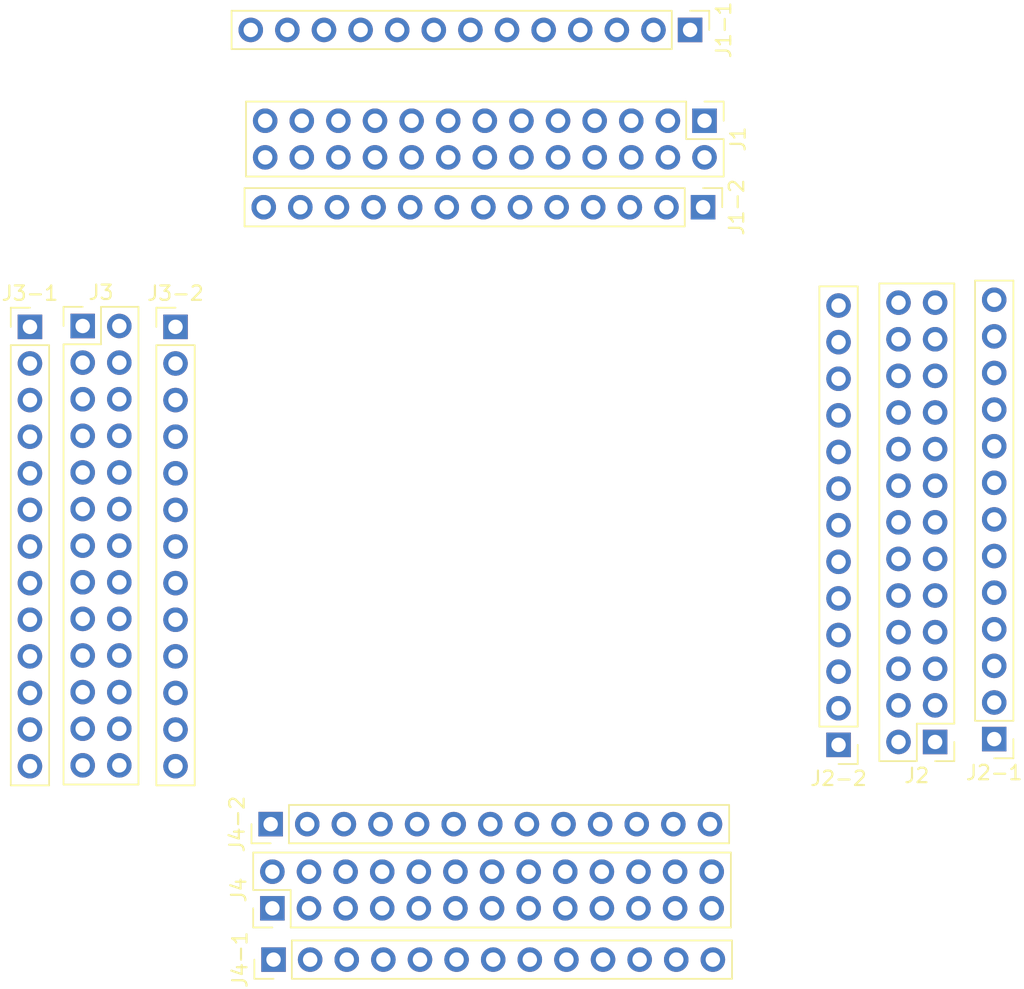
<source format=kicad_pcb>
(kicad_pcb (version 20171130) (host pcbnew "(5.0.0)")

  (general
    (thickness 1.6)
    (drawings 0)
    (tracks 0)
    (zones 0)
    (modules 12)
    (nets 175)
  )

  (page A4)
  (layers
    (0 F.Cu signal)
    (31 B.Cu signal)
    (32 B.Adhes user)
    (33 F.Adhes user)
    (34 B.Paste user)
    (35 F.Paste user)
    (36 B.SilkS user)
    (37 F.SilkS user)
    (38 B.Mask user)
    (39 F.Mask user)
    (40 Dwgs.User user)
    (41 Cmts.User user)
    (42 Eco1.User user)
    (43 Eco2.User user)
    (44 Edge.Cuts user)
    (45 Margin user hide)
    (46 B.CrtYd user hide)
    (47 F.CrtYd user hide)
    (48 B.Fab user hide)
    (49 F.Fab user hide)
  )

  (setup
    (last_trace_width 0.25)
    (trace_clearance 0.2)
    (zone_clearance 0.508)
    (zone_45_only no)
    (trace_min 0.2)
    (segment_width 0.2)
    (edge_width 0.15)
    (via_size 0.8)
    (via_drill 0.4)
    (via_min_size 0.4)
    (via_min_drill 0.3)
    (uvia_size 0.3)
    (uvia_drill 0.1)
    (uvias_allowed no)
    (uvia_min_size 0.2)
    (uvia_min_drill 0.1)
    (pcb_text_width 0.3)
    (pcb_text_size 1.5 1.5)
    (mod_edge_width 0.15)
    (mod_text_size 1 1)
    (mod_text_width 0.15)
    (pad_size 1.524 1.524)
    (pad_drill 0.762)
    (pad_to_mask_clearance 0.2)
    (aux_axis_origin 0 0)
    (visible_elements FFFFFF7F)
    (pcbplotparams
      (layerselection 0x010fc_ffffffff)
      (usegerberextensions false)
      (usegerberattributes false)
      (usegerberadvancedattributes false)
      (creategerberjobfile false)
      (excludeedgelayer true)
      (linewidth 0.100000)
      (plotframeref false)
      (viasonmask false)
      (mode 1)
      (useauxorigin false)
      (hpglpennumber 1)
      (hpglpenspeed 20)
      (hpglpendiameter 15.000000)
      (psnegative false)
      (psa4output false)
      (plotreference true)
      (plotvalue true)
      (plotinvisibletext false)
      (padsonsilk false)
      (subtractmaskfromsilk false)
      (outputformat 1)
      (mirror false)
      (drillshape 1)
      (scaleselection 1)
      (outputdirectory ""))
  )

  (net 0 "")
  (net 1 /VCC)
  (net 2 /GND)
  (net 3 /RE5)
  (net 4 /RG15)
  (net 5 /RE7)
  (net 6 /RE6)
  (net 7 /RC2)
  (net 8 /RC1)
  (net 9 /RC4)
  (net 10 /RC3)
  (net 11 /RG7)
  (net 12 /RG6)
  (net 13 /MCLR)
  (net 14 /RG8)
  (net 15 /RA0)
  (net 16 /RG9)
  (net 17 /RE9)
  (net 18 /RE8)
  (net 19 /RB4)
  (net 20 /RB5)
  (net 21 /RB2)
  (net 22 /RB3)
  (net 23 /RB0)
  (net 24 /RB1)
  (net 25 /RE3)
  (net 26 /RE4)
  (net 27 /RG13)
  (net 28 /RE2)
  (net 29 /RG14)
  (net 30 /RG12)
  (net 31 /RE0)
  (net 32 /RE1)
  (net 33 /RA6)
  (net 34 /RA7)
  (net 35 /RG1)
  (net 36 /RG0)
  (net 37 /RF0)
  (net 38 /RF1)
  (net 39 /RD7)
  (net 40 "Net-(J2-Pad9)")
  (net 41 /RD5)
  (net 42 /RD4)
  (net 43 /RD13)
  (net 44 /RD12)
  (net 45 /RD2)
  (net 46 /RD3)
  (net 47 /RD1)
  (net 48 /TXN)
  (net 49 /TXP)
  (net 50 /RXN)
  (net 51 /RXP)
  (net 52 /LED1)
  (net 53 /LED2)
  (net 54 /RB6)
  (net 55 /RB7)
  (net 56 /RA9)
  (net 57 /RA10)
  (net 58 /RB8)
  (net 59 /RB9)
  (net 60 /RB10)
  (net 61 /RB11)
  (net 62 /RF13)
  (net 63 /RA1)
  (net 64 /RB12)
  (net 65 /RF12)
  (net 66 /RB14)
  (net 67 /RB13)
  (net 68 /RD14)
  (net 69 /RB15)
  (net 70 /RF4)
  (net 71 /RF5)
  (net 72 "Net-(J4-Pad24)")
  (net 73 /RD0)
  (net 74 /RD9)
  (net 75 /RD10)
  (net 76 /RA15)
  (net 77 "Net-(J4-Pad19)")
  (net 78 /RA5)
  (net 79 /RA14)
  (net 80 /RA3)
  (net 81 /RA4)
  (net 82 /MCU_MOSI)
  (net 83 /RA2)
  (net 84 /MCU_SCK)
  (net 85 /MCU_MISO)
  (net 86 /RF3)
  (net 87 "Net-(J4-Pad9)")
  (net 88 "Net-(J4-Pad8)")
  (net 89 /USB-VBUS)
  (net 90 /USB-D_N)
  (net 91 /USB-D_P)
  (net 92 "Net-(J4-Pad4)")
  (net 93 "Net-(J4-Pad3)")
  (net 94 "Net-(J1-1-Pad13)")
  (net 95 "Net-(J1-1-Pad12)")
  (net 96 "Net-(J1-1-Pad11)")
  (net 97 "Net-(J1-1-Pad10)")
  (net 98 "Net-(J1-1-Pad9)")
  (net 99 "Net-(J1-1-Pad8)")
  (net 100 "Net-(J1-1-Pad7)")
  (net 101 "Net-(J1-1-Pad5)")
  (net 102 "Net-(J1-1-Pad3)")
  (net 103 "Net-(J1-1-Pad2)")
  (net 104 "Net-(J1-2-Pad1)")
  (net 105 "Net-(J1-2-Pad4)")
  (net 106 "Net-(J1-2-Pad6)")
  (net 107 "Net-(J1-2-Pad7)")
  (net 108 "Net-(J1-2-Pad8)")
  (net 109 "Net-(J1-2-Pad9)")
  (net 110 "Net-(J1-2-Pad10)")
  (net 111 "Net-(J1-2-Pad11)")
  (net 112 "Net-(J1-2-Pad12)")
  (net 113 "Net-(J1-2-Pad13)")
  (net 114 "Net-(J2-1-Pad12)")
  (net 115 "Net-(J2-1-Pad11)")
  (net 116 "Net-(J2-1-Pad10)")
  (net 117 "Net-(J2-1-Pad7)")
  (net 118 "Net-(J2-1-Pad6)")
  (net 119 "Net-(J2-1-Pad3)")
  (net 120 "Net-(J2-1-Pad2)")
  (net 121 "Net-(J2-1-Pad1)")
  (net 122 "Net-(J2-2-Pad1)")
  (net 123 "Net-(J2-2-Pad2)")
  (net 124 "Net-(J2-2-Pad3)")
  (net 125 "Net-(J2-2-Pad4)")
  (net 126 "Net-(J2-2-Pad7)")
  (net 127 "Net-(J2-2-Pad8)")
  (net 128 "Net-(J2-2-Pad9)")
  (net 129 "Net-(J2-2-Pad10)")
  (net 130 "Net-(J2-2-Pad12)")
  (net 131 "Net-(J2-2-Pad13)")
  (net 132 "Net-(J3-1-Pad13)")
  (net 133 "Net-(J3-1-Pad12)")
  (net 134 "Net-(J3-1-Pad11)")
  (net 135 "Net-(J3-1-Pad10)")
  (net 136 "Net-(J3-1-Pad6)")
  (net 137 "Net-(J3-1-Pad5)")
  (net 138 "Net-(J3-1-Pad4)")
  (net 139 "Net-(J3-1-Pad3)")
  (net 140 "Net-(J3-1-Pad2)")
  (net 141 "Net-(J3-1-Pad1)")
  (net 142 "Net-(J3-2-Pad1)")
  (net 143 "Net-(J3-2-Pad2)")
  (net 144 "Net-(J3-2-Pad3)")
  (net 145 "Net-(J3-2-Pad4)")
  (net 146 "Net-(J3-2-Pad5)")
  (net 147 "Net-(J3-2-Pad6)")
  (net 148 "Net-(J3-2-Pad7)")
  (net 149 "Net-(J3-2-Pad8)")
  (net 150 "Net-(J3-2-Pad9)")
  (net 151 "Net-(J3-2-Pad10)")
  (net 152 "Net-(J3-2-Pad11)")
  (net 153 "Net-(J3-2-Pad12)")
  (net 154 "Net-(J3-2-Pad13)")
  (net 155 "Net-(J4-1-Pad13)")
  (net 156 "Net-(J4-1-Pad12)")
  (net 157 "Net-(J4-1-Pad11)")
  (net 158 "Net-(J4-1-Pad10)")
  (net 159 "Net-(J4-1-Pad9)")
  (net 160 "Net-(J4-1-Pad7)")
  (net 161 "Net-(J4-1-Pad5)")
  (net 162 "Net-(J4-1-Pad4)")
  (net 163 "Net-(J4-1-Pad2)")
  (net 164 "Net-(J4-1-Pad1)")
  (net 165 "Net-(J4-2-Pad1)")
  (net 166 "Net-(J4-2-Pad4)")
  (net 167 "Net-(J4-2-Pad5)")
  (net 168 "Net-(J4-2-Pad7)")
  (net 169 "Net-(J4-2-Pad8)")
  (net 170 "Net-(J4-2-Pad9)")
  (net 171 "Net-(J4-2-Pad10)")
  (net 172 "Net-(J4-2-Pad11)")
  (net 173 "Net-(J4-2-Pad12)")
  (net 174 "Net-(J4-2-Pad13)")

  (net_class Default "This is the default net class."
    (clearance 0.2)
    (trace_width 0.25)
    (via_dia 0.8)
    (via_drill 0.4)
    (uvia_dia 0.3)
    (uvia_drill 0.1)
    (add_net /GND)
    (add_net /LED1)
    (add_net /LED2)
    (add_net /MCLR)
    (add_net /MCU_MISO)
    (add_net /MCU_MOSI)
    (add_net /MCU_SCK)
    (add_net /RA0)
    (add_net /RA1)
    (add_net /RA10)
    (add_net /RA14)
    (add_net /RA15)
    (add_net /RA2)
    (add_net /RA3)
    (add_net /RA4)
    (add_net /RA5)
    (add_net /RA6)
    (add_net /RA7)
    (add_net /RA9)
    (add_net /RB0)
    (add_net /RB1)
    (add_net /RB10)
    (add_net /RB11)
    (add_net /RB12)
    (add_net /RB13)
    (add_net /RB14)
    (add_net /RB15)
    (add_net /RB2)
    (add_net /RB3)
    (add_net /RB4)
    (add_net /RB5)
    (add_net /RB6)
    (add_net /RB7)
    (add_net /RB8)
    (add_net /RB9)
    (add_net /RC1)
    (add_net /RC2)
    (add_net /RC3)
    (add_net /RC4)
    (add_net /RD0)
    (add_net /RD1)
    (add_net /RD10)
    (add_net /RD12)
    (add_net /RD13)
    (add_net /RD14)
    (add_net /RD2)
    (add_net /RD3)
    (add_net /RD4)
    (add_net /RD5)
    (add_net /RD7)
    (add_net /RD9)
    (add_net /RE0)
    (add_net /RE1)
    (add_net /RE2)
    (add_net /RE3)
    (add_net /RE4)
    (add_net /RE5)
    (add_net /RE6)
    (add_net /RE7)
    (add_net /RE8)
    (add_net /RE9)
    (add_net /RF0)
    (add_net /RF1)
    (add_net /RF12)
    (add_net /RF13)
    (add_net /RF3)
    (add_net /RF4)
    (add_net /RF5)
    (add_net /RG0)
    (add_net /RG1)
    (add_net /RG12)
    (add_net /RG13)
    (add_net /RG14)
    (add_net /RG15)
    (add_net /RG6)
    (add_net /RG7)
    (add_net /RG8)
    (add_net /RG9)
    (add_net /RXN)
    (add_net /RXP)
    (add_net /TXN)
    (add_net /TXP)
    (add_net /USB-D_N)
    (add_net /USB-D_P)
    (add_net /USB-VBUS)
    (add_net /VCC)
    (add_net "Net-(J1-1-Pad10)")
    (add_net "Net-(J1-1-Pad11)")
    (add_net "Net-(J1-1-Pad12)")
    (add_net "Net-(J1-1-Pad13)")
    (add_net "Net-(J1-1-Pad2)")
    (add_net "Net-(J1-1-Pad3)")
    (add_net "Net-(J1-1-Pad5)")
    (add_net "Net-(J1-1-Pad7)")
    (add_net "Net-(J1-1-Pad8)")
    (add_net "Net-(J1-1-Pad9)")
    (add_net "Net-(J1-2-Pad1)")
    (add_net "Net-(J1-2-Pad10)")
    (add_net "Net-(J1-2-Pad11)")
    (add_net "Net-(J1-2-Pad12)")
    (add_net "Net-(J1-2-Pad13)")
    (add_net "Net-(J1-2-Pad4)")
    (add_net "Net-(J1-2-Pad6)")
    (add_net "Net-(J1-2-Pad7)")
    (add_net "Net-(J1-2-Pad8)")
    (add_net "Net-(J1-2-Pad9)")
    (add_net "Net-(J2-1-Pad1)")
    (add_net "Net-(J2-1-Pad10)")
    (add_net "Net-(J2-1-Pad11)")
    (add_net "Net-(J2-1-Pad12)")
    (add_net "Net-(J2-1-Pad2)")
    (add_net "Net-(J2-1-Pad3)")
    (add_net "Net-(J2-1-Pad6)")
    (add_net "Net-(J2-1-Pad7)")
    (add_net "Net-(J2-2-Pad1)")
    (add_net "Net-(J2-2-Pad10)")
    (add_net "Net-(J2-2-Pad12)")
    (add_net "Net-(J2-2-Pad13)")
    (add_net "Net-(J2-2-Pad2)")
    (add_net "Net-(J2-2-Pad3)")
    (add_net "Net-(J2-2-Pad4)")
    (add_net "Net-(J2-2-Pad7)")
    (add_net "Net-(J2-2-Pad8)")
    (add_net "Net-(J2-2-Pad9)")
    (add_net "Net-(J2-Pad9)")
    (add_net "Net-(J3-1-Pad1)")
    (add_net "Net-(J3-1-Pad10)")
    (add_net "Net-(J3-1-Pad11)")
    (add_net "Net-(J3-1-Pad12)")
    (add_net "Net-(J3-1-Pad13)")
    (add_net "Net-(J3-1-Pad2)")
    (add_net "Net-(J3-1-Pad3)")
    (add_net "Net-(J3-1-Pad4)")
    (add_net "Net-(J3-1-Pad5)")
    (add_net "Net-(J3-1-Pad6)")
    (add_net "Net-(J3-2-Pad1)")
    (add_net "Net-(J3-2-Pad10)")
    (add_net "Net-(J3-2-Pad11)")
    (add_net "Net-(J3-2-Pad12)")
    (add_net "Net-(J3-2-Pad13)")
    (add_net "Net-(J3-2-Pad2)")
    (add_net "Net-(J3-2-Pad3)")
    (add_net "Net-(J3-2-Pad4)")
    (add_net "Net-(J3-2-Pad5)")
    (add_net "Net-(J3-2-Pad6)")
    (add_net "Net-(J3-2-Pad7)")
    (add_net "Net-(J3-2-Pad8)")
    (add_net "Net-(J3-2-Pad9)")
    (add_net "Net-(J4-1-Pad1)")
    (add_net "Net-(J4-1-Pad10)")
    (add_net "Net-(J4-1-Pad11)")
    (add_net "Net-(J4-1-Pad12)")
    (add_net "Net-(J4-1-Pad13)")
    (add_net "Net-(J4-1-Pad2)")
    (add_net "Net-(J4-1-Pad4)")
    (add_net "Net-(J4-1-Pad5)")
    (add_net "Net-(J4-1-Pad7)")
    (add_net "Net-(J4-1-Pad9)")
    (add_net "Net-(J4-2-Pad1)")
    (add_net "Net-(J4-2-Pad10)")
    (add_net "Net-(J4-2-Pad11)")
    (add_net "Net-(J4-2-Pad12)")
    (add_net "Net-(J4-2-Pad13)")
    (add_net "Net-(J4-2-Pad4)")
    (add_net "Net-(J4-2-Pad5)")
    (add_net "Net-(J4-2-Pad7)")
    (add_net "Net-(J4-2-Pad8)")
    (add_net "Net-(J4-2-Pad9)")
    (add_net "Net-(J4-Pad19)")
    (add_net "Net-(J4-Pad24)")
    (add_net "Net-(J4-Pad3)")
    (add_net "Net-(J4-Pad4)")
    (add_net "Net-(J4-Pad8)")
    (add_net "Net-(J4-Pad9)")
  )

  (module Connector_PinHeader_2.54mm:PinHeader_2x13_P2.54mm_Vertical (layer F.Cu) (tedit 59FED5CC) (tstamp 5CA672A4)
    (at 151.8 73.4 270)
    (descr "Through hole straight pin header, 2x13, 2.54mm pitch, double rows")
    (tags "Through hole pin header THT 2x13 2.54mm double row")
    (path /5C9A99C1)
    (fp_text reference J1 (at 1.27 -2.33 270) (layer F.SilkS)
      (effects (font (size 1 1) (thickness 0.15)))
    )
    (fp_text value Conn_02x13_Odd_Even (at 1.27 32.81 270) (layer F.Fab)
      (effects (font (size 1 1) (thickness 0.15)))
    )
    (fp_line (start 0 -1.27) (end 3.81 -1.27) (layer F.Fab) (width 0.1))
    (fp_line (start 3.81 -1.27) (end 3.81 31.75) (layer F.Fab) (width 0.1))
    (fp_line (start 3.81 31.75) (end -1.27 31.75) (layer F.Fab) (width 0.1))
    (fp_line (start -1.27 31.75) (end -1.27 0) (layer F.Fab) (width 0.1))
    (fp_line (start -1.27 0) (end 0 -1.27) (layer F.Fab) (width 0.1))
    (fp_line (start -1.33 31.81) (end 3.87 31.81) (layer F.SilkS) (width 0.12))
    (fp_line (start -1.33 1.27) (end -1.33 31.81) (layer F.SilkS) (width 0.12))
    (fp_line (start 3.87 -1.33) (end 3.87 31.81) (layer F.SilkS) (width 0.12))
    (fp_line (start -1.33 1.27) (end 1.27 1.27) (layer F.SilkS) (width 0.12))
    (fp_line (start 1.27 1.27) (end 1.27 -1.33) (layer F.SilkS) (width 0.12))
    (fp_line (start 1.27 -1.33) (end 3.87 -1.33) (layer F.SilkS) (width 0.12))
    (fp_line (start -1.33 0) (end -1.33 -1.33) (layer F.SilkS) (width 0.12))
    (fp_line (start -1.33 -1.33) (end 0 -1.33) (layer F.SilkS) (width 0.12))
    (fp_line (start -1.8 -1.8) (end -1.8 32.25) (layer F.CrtYd) (width 0.05))
    (fp_line (start -1.8 32.25) (end 4.35 32.25) (layer F.CrtYd) (width 0.05))
    (fp_line (start 4.35 32.25) (end 4.35 -1.8) (layer F.CrtYd) (width 0.05))
    (fp_line (start 4.35 -1.8) (end -1.8 -1.8) (layer F.CrtYd) (width 0.05))
    (fp_text user %R (at 1.27 15.24) (layer F.Fab)
      (effects (font (size 1 1) (thickness 0.15)))
    )
    (pad 1 thru_hole rect (at 0 0 270) (size 1.7 1.7) (drill 1) (layers *.Cu *.Mask)
      (net 1 /VCC))
    (pad 2 thru_hole oval (at 2.54 0 270) (size 1.7 1.7) (drill 1) (layers *.Cu *.Mask)
      (net 2 /GND))
    (pad 3 thru_hole oval (at 0 2.54 270) (size 1.7 1.7) (drill 1) (layers *.Cu *.Mask)
      (net 3 /RE5))
    (pad 4 thru_hole oval (at 2.54 2.54 270) (size 1.7 1.7) (drill 1) (layers *.Cu *.Mask)
      (net 4 /RG15))
    (pad 5 thru_hole oval (at 0 5.08 270) (size 1.7 1.7) (drill 1) (layers *.Cu *.Mask)
      (net 5 /RE7))
    (pad 6 thru_hole oval (at 2.54 5.08 270) (size 1.7 1.7) (drill 1) (layers *.Cu *.Mask)
      (net 6 /RE6))
    (pad 7 thru_hole oval (at 0 7.62 270) (size 1.7 1.7) (drill 1) (layers *.Cu *.Mask)
      (net 7 /RC2))
    (pad 8 thru_hole oval (at 2.54 7.62 270) (size 1.7 1.7) (drill 1) (layers *.Cu *.Mask)
      (net 8 /RC1))
    (pad 9 thru_hole oval (at 0 10.16 270) (size 1.7 1.7) (drill 1) (layers *.Cu *.Mask)
      (net 9 /RC4))
    (pad 10 thru_hole oval (at 2.54 10.16 270) (size 1.7 1.7) (drill 1) (layers *.Cu *.Mask)
      (net 10 /RC3))
    (pad 11 thru_hole oval (at 0 12.7 270) (size 1.7 1.7) (drill 1) (layers *.Cu *.Mask)
      (net 11 /RG7))
    (pad 12 thru_hole oval (at 2.54 12.7 270) (size 1.7 1.7) (drill 1) (layers *.Cu *.Mask)
      (net 12 /RG6))
    (pad 13 thru_hole oval (at 0 15.24 270) (size 1.7 1.7) (drill 1) (layers *.Cu *.Mask)
      (net 13 /MCLR))
    (pad 14 thru_hole oval (at 2.54 15.24 270) (size 1.7 1.7) (drill 1) (layers *.Cu *.Mask)
      (net 14 /RG8))
    (pad 15 thru_hole oval (at 0 17.78 270) (size 1.7 1.7) (drill 1) (layers *.Cu *.Mask)
      (net 15 /RA0))
    (pad 16 thru_hole oval (at 2.54 17.78 270) (size 1.7 1.7) (drill 1) (layers *.Cu *.Mask)
      (net 16 /RG9))
    (pad 17 thru_hole oval (at 0 20.32 270) (size 1.7 1.7) (drill 1) (layers *.Cu *.Mask)
      (net 17 /RE9))
    (pad 18 thru_hole oval (at 2.54 20.32 270) (size 1.7 1.7) (drill 1) (layers *.Cu *.Mask)
      (net 18 /RE8))
    (pad 19 thru_hole oval (at 0 22.86 270) (size 1.7 1.7) (drill 1) (layers *.Cu *.Mask)
      (net 19 /RB4))
    (pad 20 thru_hole oval (at 2.54 22.86 270) (size 1.7 1.7) (drill 1) (layers *.Cu *.Mask)
      (net 20 /RB5))
    (pad 21 thru_hole oval (at 0 25.4 270) (size 1.7 1.7) (drill 1) (layers *.Cu *.Mask)
      (net 21 /RB2))
    (pad 22 thru_hole oval (at 2.54 25.4 270) (size 1.7 1.7) (drill 1) (layers *.Cu *.Mask)
      (net 22 /RB3))
    (pad 23 thru_hole oval (at 0 27.94 270) (size 1.7 1.7) (drill 1) (layers *.Cu *.Mask)
      (net 23 /RB0))
    (pad 24 thru_hole oval (at 2.54 27.94 270) (size 1.7 1.7) (drill 1) (layers *.Cu *.Mask)
      (net 24 /RB1))
    (pad 25 thru_hole oval (at 0 30.48 270) (size 1.7 1.7) (drill 1) (layers *.Cu *.Mask)
      (net 1 /VCC))
    (pad 26 thru_hole oval (at 2.54 30.48 270) (size 1.7 1.7) (drill 1) (layers *.Cu *.Mask)
      (net 2 /GND))
    (model ${KISYS3DMOD}/Connector_PinHeader_2.54mm.3dshapes/PinHeader_2x13_P2.54mm_Vertical.wrl
      (at (xyz 0 0 0))
      (scale (xyz 1 1 1))
      (rotate (xyz 0 0 0))
    )
  )

  (module Connector_PinHeader_2.54mm:PinHeader_2x13_P2.54mm_Vertical (layer F.Cu) (tedit 59FED5CC) (tstamp 5CA672D4)
    (at 167.8 116.5 180)
    (descr "Through hole straight pin header, 2x13, 2.54mm pitch, double rows")
    (tags "Through hole pin header THT 2x13 2.54mm double row")
    (path /5C9ADD85)
    (fp_text reference J2 (at 1.27 -2.33 180) (layer F.SilkS)
      (effects (font (size 1 1) (thickness 0.15)))
    )
    (fp_text value Conn_02x13_Odd_Even (at 1.27 32.81 180) (layer F.Fab)
      (effects (font (size 1 1) (thickness 0.15)))
    )
    (fp_text user %R (at 1.27 15.24 270) (layer F.Fab)
      (effects (font (size 1 1) (thickness 0.15)))
    )
    (fp_line (start 4.35 -1.8) (end -1.8 -1.8) (layer F.CrtYd) (width 0.05))
    (fp_line (start 4.35 32.25) (end 4.35 -1.8) (layer F.CrtYd) (width 0.05))
    (fp_line (start -1.8 32.25) (end 4.35 32.25) (layer F.CrtYd) (width 0.05))
    (fp_line (start -1.8 -1.8) (end -1.8 32.25) (layer F.CrtYd) (width 0.05))
    (fp_line (start -1.33 -1.33) (end 0 -1.33) (layer F.SilkS) (width 0.12))
    (fp_line (start -1.33 0) (end -1.33 -1.33) (layer F.SilkS) (width 0.12))
    (fp_line (start 1.27 -1.33) (end 3.87 -1.33) (layer F.SilkS) (width 0.12))
    (fp_line (start 1.27 1.27) (end 1.27 -1.33) (layer F.SilkS) (width 0.12))
    (fp_line (start -1.33 1.27) (end 1.27 1.27) (layer F.SilkS) (width 0.12))
    (fp_line (start 3.87 -1.33) (end 3.87 31.81) (layer F.SilkS) (width 0.12))
    (fp_line (start -1.33 1.27) (end -1.33 31.81) (layer F.SilkS) (width 0.12))
    (fp_line (start -1.33 31.81) (end 3.87 31.81) (layer F.SilkS) (width 0.12))
    (fp_line (start -1.27 0) (end 0 -1.27) (layer F.Fab) (width 0.1))
    (fp_line (start -1.27 31.75) (end -1.27 0) (layer F.Fab) (width 0.1))
    (fp_line (start 3.81 31.75) (end -1.27 31.75) (layer F.Fab) (width 0.1))
    (fp_line (start 3.81 -1.27) (end 3.81 31.75) (layer F.Fab) (width 0.1))
    (fp_line (start 0 -1.27) (end 3.81 -1.27) (layer F.Fab) (width 0.1))
    (pad 26 thru_hole oval (at 2.54 30.48 180) (size 1.7 1.7) (drill 1) (layers *.Cu *.Mask)
      (net 2 /GND))
    (pad 25 thru_hole oval (at 0 30.48 180) (size 1.7 1.7) (drill 1) (layers *.Cu *.Mask)
      (net 1 /VCC))
    (pad 24 thru_hole oval (at 2.54 27.94 180) (size 1.7 1.7) (drill 1) (layers *.Cu *.Mask)
      (net 25 /RE3))
    (pad 23 thru_hole oval (at 0 27.94 180) (size 1.7 1.7) (drill 1) (layers *.Cu *.Mask)
      (net 26 /RE4))
    (pad 22 thru_hole oval (at 2.54 25.4 180) (size 1.7 1.7) (drill 1) (layers *.Cu *.Mask)
      (net 27 /RG13))
    (pad 21 thru_hole oval (at 0 25.4 180) (size 1.7 1.7) (drill 1) (layers *.Cu *.Mask)
      (net 28 /RE2))
    (pad 20 thru_hole oval (at 2.54 22.86 180) (size 1.7 1.7) (drill 1) (layers *.Cu *.Mask)
      (net 29 /RG14))
    (pad 19 thru_hole oval (at 0 22.86 180) (size 1.7 1.7) (drill 1) (layers *.Cu *.Mask)
      (net 30 /RG12))
    (pad 18 thru_hole oval (at 2.54 20.32 180) (size 1.7 1.7) (drill 1) (layers *.Cu *.Mask)
      (net 31 /RE0))
    (pad 17 thru_hole oval (at 0 20.32 180) (size 1.7 1.7) (drill 1) (layers *.Cu *.Mask)
      (net 32 /RE1))
    (pad 16 thru_hole oval (at 2.54 17.78 180) (size 1.7 1.7) (drill 1) (layers *.Cu *.Mask)
      (net 33 /RA6))
    (pad 15 thru_hole oval (at 0 17.78 180) (size 1.7 1.7) (drill 1) (layers *.Cu *.Mask)
      (net 34 /RA7))
    (pad 14 thru_hole oval (at 2.54 15.24 180) (size 1.7 1.7) (drill 1) (layers *.Cu *.Mask)
      (net 35 /RG1))
    (pad 13 thru_hole oval (at 0 15.24 180) (size 1.7 1.7) (drill 1) (layers *.Cu *.Mask)
      (net 36 /RG0))
    (pad 12 thru_hole oval (at 2.54 12.7 180) (size 1.7 1.7) (drill 1) (layers *.Cu *.Mask)
      (net 37 /RF0))
    (pad 11 thru_hole oval (at 0 12.7 180) (size 1.7 1.7) (drill 1) (layers *.Cu *.Mask)
      (net 38 /RF1))
    (pad 10 thru_hole oval (at 2.54 10.16 180) (size 1.7 1.7) (drill 1) (layers *.Cu *.Mask)
      (net 39 /RD7))
    (pad 9 thru_hole oval (at 0 10.16 180) (size 1.7 1.7) (drill 1) (layers *.Cu *.Mask)
      (net 40 "Net-(J2-Pad9)"))
    (pad 8 thru_hole oval (at 2.54 7.62 180) (size 1.7 1.7) (drill 1) (layers *.Cu *.Mask)
      (net 41 /RD5))
    (pad 7 thru_hole oval (at 0 7.62 180) (size 1.7 1.7) (drill 1) (layers *.Cu *.Mask)
      (net 42 /RD4))
    (pad 6 thru_hole oval (at 2.54 5.08 180) (size 1.7 1.7) (drill 1) (layers *.Cu *.Mask)
      (net 43 /RD13))
    (pad 5 thru_hole oval (at 0 5.08 180) (size 1.7 1.7) (drill 1) (layers *.Cu *.Mask)
      (net 44 /RD12))
    (pad 4 thru_hole oval (at 2.54 2.54 180) (size 1.7 1.7) (drill 1) (layers *.Cu *.Mask)
      (net 45 /RD2))
    (pad 3 thru_hole oval (at 0 2.54 180) (size 1.7 1.7) (drill 1) (layers *.Cu *.Mask)
      (net 46 /RD3))
    (pad 2 thru_hole oval (at 2.54 0 180) (size 1.7 1.7) (drill 1) (layers *.Cu *.Mask)
      (net 2 /GND))
    (pad 1 thru_hole rect (at 0 0 180) (size 1.7 1.7) (drill 1) (layers *.Cu *.Mask)
      (net 47 /RD1))
    (model ${KISYS3DMOD}/Connector_PinHeader_2.54mm.3dshapes/PinHeader_2x13_P2.54mm_Vertical.wrl
      (at (xyz 0 0 0))
      (scale (xyz 1 1 1))
      (rotate (xyz 0 0 0))
    )
  )

  (module Connector_PinHeader_2.54mm:PinHeader_2x13_P2.54mm_Vertical (layer F.Cu) (tedit 59FED5CC) (tstamp 5CA67304)
    (at 108.66 87.64)
    (descr "Through hole straight pin header, 2x13, 2.54mm pitch, double rows")
    (tags "Through hole pin header THT 2x13 2.54mm double row")
    (path /5C9AF336)
    (fp_text reference J3 (at 1.27 -2.33) (layer F.SilkS)
      (effects (font (size 1 1) (thickness 0.15)))
    )
    (fp_text value Conn_02x13_Odd_Even (at 1.27 32.81) (layer F.Fab)
      (effects (font (size 1 1) (thickness 0.15)))
    )
    (fp_line (start 0 -1.27) (end 3.81 -1.27) (layer F.Fab) (width 0.1))
    (fp_line (start 3.81 -1.27) (end 3.81 31.75) (layer F.Fab) (width 0.1))
    (fp_line (start 3.81 31.75) (end -1.27 31.75) (layer F.Fab) (width 0.1))
    (fp_line (start -1.27 31.75) (end -1.27 0) (layer F.Fab) (width 0.1))
    (fp_line (start -1.27 0) (end 0 -1.27) (layer F.Fab) (width 0.1))
    (fp_line (start -1.33 31.81) (end 3.87 31.81) (layer F.SilkS) (width 0.12))
    (fp_line (start -1.33 1.27) (end -1.33 31.81) (layer F.SilkS) (width 0.12))
    (fp_line (start 3.87 -1.33) (end 3.87 31.81) (layer F.SilkS) (width 0.12))
    (fp_line (start -1.33 1.27) (end 1.27 1.27) (layer F.SilkS) (width 0.12))
    (fp_line (start 1.27 1.27) (end 1.27 -1.33) (layer F.SilkS) (width 0.12))
    (fp_line (start 1.27 -1.33) (end 3.87 -1.33) (layer F.SilkS) (width 0.12))
    (fp_line (start -1.33 0) (end -1.33 -1.33) (layer F.SilkS) (width 0.12))
    (fp_line (start -1.33 -1.33) (end 0 -1.33) (layer F.SilkS) (width 0.12))
    (fp_line (start -1.8 -1.8) (end -1.8 32.25) (layer F.CrtYd) (width 0.05))
    (fp_line (start -1.8 32.25) (end 4.35 32.25) (layer F.CrtYd) (width 0.05))
    (fp_line (start 4.35 32.25) (end 4.35 -1.8) (layer F.CrtYd) (width 0.05))
    (fp_line (start 4.35 -1.8) (end -1.8 -1.8) (layer F.CrtYd) (width 0.05))
    (fp_text user %R (at 1.27 15.24 90) (layer F.Fab)
      (effects (font (size 1 1) (thickness 0.15)))
    )
    (pad 1 thru_hole rect (at 0 0) (size 1.7 1.7) (drill 1) (layers *.Cu *.Mask)
      (net 48 /TXN))
    (pad 2 thru_hole oval (at 2.54 0) (size 1.7 1.7) (drill 1) (layers *.Cu *.Mask)
      (net 49 /TXP))
    (pad 3 thru_hole oval (at 0 2.54) (size 1.7 1.7) (drill 1) (layers *.Cu *.Mask)
      (net 50 /RXN))
    (pad 4 thru_hole oval (at 2.54 2.54) (size 1.7 1.7) (drill 1) (layers *.Cu *.Mask)
      (net 51 /RXP))
    (pad 5 thru_hole oval (at 0 5.08) (size 1.7 1.7) (drill 1) (layers *.Cu *.Mask)
      (net 52 /LED1))
    (pad 6 thru_hole oval (at 2.54 5.08) (size 1.7 1.7) (drill 1) (layers *.Cu *.Mask)
      (net 53 /LED2))
    (pad 7 thru_hole oval (at 0 7.62) (size 1.7 1.7) (drill 1) (layers *.Cu *.Mask)
      (net 54 /RB6))
    (pad 8 thru_hole oval (at 2.54 7.62) (size 1.7 1.7) (drill 1) (layers *.Cu *.Mask)
      (net 55 /RB7))
    (pad 9 thru_hole oval (at 0 10.16) (size 1.7 1.7) (drill 1) (layers *.Cu *.Mask)
      (net 56 /RA9))
    (pad 10 thru_hole oval (at 2.54 10.16) (size 1.7 1.7) (drill 1) (layers *.Cu *.Mask)
      (net 57 /RA10))
    (pad 11 thru_hole oval (at 0 12.7) (size 1.7 1.7) (drill 1) (layers *.Cu *.Mask)
      (net 58 /RB8))
    (pad 12 thru_hole oval (at 2.54 12.7) (size 1.7 1.7) (drill 1) (layers *.Cu *.Mask)
      (net 59 /RB9))
    (pad 13 thru_hole oval (at 0 15.24) (size 1.7 1.7) (drill 1) (layers *.Cu *.Mask)
      (net 60 /RB10))
    (pad 14 thru_hole oval (at 2.54 15.24) (size 1.7 1.7) (drill 1) (layers *.Cu *.Mask)
      (net 61 /RB11))
    (pad 15 thru_hole oval (at 0 17.78) (size 1.7 1.7) (drill 1) (layers *.Cu *.Mask)
      (net 62 /RF13))
    (pad 16 thru_hole oval (at 2.54 17.78) (size 1.7 1.7) (drill 1) (layers *.Cu *.Mask)
      (net 63 /RA1))
    (pad 17 thru_hole oval (at 0 20.32) (size 1.7 1.7) (drill 1) (layers *.Cu *.Mask)
      (net 64 /RB12))
    (pad 18 thru_hole oval (at 2.54 20.32) (size 1.7 1.7) (drill 1) (layers *.Cu *.Mask)
      (net 65 /RF12))
    (pad 19 thru_hole oval (at 0 22.86) (size 1.7 1.7) (drill 1) (layers *.Cu *.Mask)
      (net 66 /RB14))
    (pad 20 thru_hole oval (at 2.54 22.86) (size 1.7 1.7) (drill 1) (layers *.Cu *.Mask)
      (net 67 /RB13))
    (pad 21 thru_hole oval (at 0 25.4) (size 1.7 1.7) (drill 1) (layers *.Cu *.Mask)
      (net 68 /RD14))
    (pad 22 thru_hole oval (at 2.54 25.4) (size 1.7 1.7) (drill 1) (layers *.Cu *.Mask)
      (net 69 /RB15))
    (pad 23 thru_hole oval (at 0 27.94) (size 1.7 1.7) (drill 1) (layers *.Cu *.Mask)
      (net 70 /RF4))
    (pad 24 thru_hole oval (at 2.54 27.94) (size 1.7 1.7) (drill 1) (layers *.Cu *.Mask)
      (net 71 /RF5))
    (pad 25 thru_hole oval (at 0 30.48) (size 1.7 1.7) (drill 1) (layers *.Cu *.Mask)
      (net 1 /VCC))
    (pad 26 thru_hole oval (at 2.54 30.48) (size 1.7 1.7) (drill 1) (layers *.Cu *.Mask)
      (net 2 /GND))
    (model ${KISYS3DMOD}/Connector_PinHeader_2.54mm.3dshapes/PinHeader_2x13_P2.54mm_Vertical.wrl
      (at (xyz 0 0 0))
      (scale (xyz 1 1 1))
      (rotate (xyz 0 0 0))
    )
  )

  (module Connector_PinHeader_2.54mm:PinHeader_2x13_P2.54mm_Vertical (layer F.Cu) (tedit 59FED5CC) (tstamp 5CA67334)
    (at 121.82 128.04 90)
    (descr "Through hole straight pin header, 2x13, 2.54mm pitch, double rows")
    (tags "Through hole pin header THT 2x13 2.54mm double row")
    (path /5C9B2BF6)
    (fp_text reference J4 (at 1.27 -2.33 90) (layer F.SilkS)
      (effects (font (size 1 1) (thickness 0.15)))
    )
    (fp_text value Conn_02x13_Odd_Even (at 1.27 32.81 90) (layer F.Fab)
      (effects (font (size 1 1) (thickness 0.15)))
    )
    (fp_text user %R (at 1.27 15.24 180) (layer F.Fab)
      (effects (font (size 1 1) (thickness 0.15)))
    )
    (fp_line (start 4.35 -1.8) (end -1.8 -1.8) (layer F.CrtYd) (width 0.05))
    (fp_line (start 4.35 32.25) (end 4.35 -1.8) (layer F.CrtYd) (width 0.05))
    (fp_line (start -1.8 32.25) (end 4.35 32.25) (layer F.CrtYd) (width 0.05))
    (fp_line (start -1.8 -1.8) (end -1.8 32.25) (layer F.CrtYd) (width 0.05))
    (fp_line (start -1.33 -1.33) (end 0 -1.33) (layer F.SilkS) (width 0.12))
    (fp_line (start -1.33 0) (end -1.33 -1.33) (layer F.SilkS) (width 0.12))
    (fp_line (start 1.27 -1.33) (end 3.87 -1.33) (layer F.SilkS) (width 0.12))
    (fp_line (start 1.27 1.27) (end 1.27 -1.33) (layer F.SilkS) (width 0.12))
    (fp_line (start -1.33 1.27) (end 1.27 1.27) (layer F.SilkS) (width 0.12))
    (fp_line (start 3.87 -1.33) (end 3.87 31.81) (layer F.SilkS) (width 0.12))
    (fp_line (start -1.33 1.27) (end -1.33 31.81) (layer F.SilkS) (width 0.12))
    (fp_line (start -1.33 31.81) (end 3.87 31.81) (layer F.SilkS) (width 0.12))
    (fp_line (start -1.27 0) (end 0 -1.27) (layer F.Fab) (width 0.1))
    (fp_line (start -1.27 31.75) (end -1.27 0) (layer F.Fab) (width 0.1))
    (fp_line (start 3.81 31.75) (end -1.27 31.75) (layer F.Fab) (width 0.1))
    (fp_line (start 3.81 -1.27) (end 3.81 31.75) (layer F.Fab) (width 0.1))
    (fp_line (start 0 -1.27) (end 3.81 -1.27) (layer F.Fab) (width 0.1))
    (pad 26 thru_hole oval (at 2.54 30.48 90) (size 1.7 1.7) (drill 1) (layers *.Cu *.Mask)
      (net 2 /GND))
    (pad 25 thru_hole oval (at 0 30.48 90) (size 1.7 1.7) (drill 1) (layers *.Cu *.Mask)
      (net 1 /VCC))
    (pad 24 thru_hole oval (at 2.54 27.94 90) (size 1.7 1.7) (drill 1) (layers *.Cu *.Mask)
      (net 72 "Net-(J4-Pad24)"))
    (pad 23 thru_hole oval (at 0 27.94 90) (size 1.7 1.7) (drill 1) (layers *.Cu *.Mask)
      (net 73 /RD0))
    (pad 22 thru_hole oval (at 2.54 25.4 90) (size 1.7 1.7) (drill 1) (layers *.Cu *.Mask)
      (net 74 /RD9))
    (pad 21 thru_hole oval (at 0 25.4 90) (size 1.7 1.7) (drill 1) (layers *.Cu *.Mask)
      (net 75 /RD10))
    (pad 20 thru_hole oval (at 2.54 22.86 90) (size 1.7 1.7) (drill 1) (layers *.Cu *.Mask)
      (net 76 /RA15))
    (pad 19 thru_hole oval (at 0 22.86 90) (size 1.7 1.7) (drill 1) (layers *.Cu *.Mask)
      (net 77 "Net-(J4-Pad19)"))
    (pad 18 thru_hole oval (at 2.54 20.32 90) (size 1.7 1.7) (drill 1) (layers *.Cu *.Mask)
      (net 78 /RA5))
    (pad 17 thru_hole oval (at 0 20.32 90) (size 1.7 1.7) (drill 1) (layers *.Cu *.Mask)
      (net 79 /RA14))
    (pad 16 thru_hole oval (at 2.54 17.78 90) (size 1.7 1.7) (drill 1) (layers *.Cu *.Mask)
      (net 80 /RA3))
    (pad 15 thru_hole oval (at 0 17.78 90) (size 1.7 1.7) (drill 1) (layers *.Cu *.Mask)
      (net 81 /RA4))
    (pad 14 thru_hole oval (at 2.54 15.24 90) (size 1.7 1.7) (drill 1) (layers *.Cu *.Mask)
      (net 82 /MCU_MOSI))
    (pad 13 thru_hole oval (at 0 15.24 90) (size 1.7 1.7) (drill 1) (layers *.Cu *.Mask)
      (net 83 /RA2))
    (pad 12 thru_hole oval (at 2.54 12.7 90) (size 1.7 1.7) (drill 1) (layers *.Cu *.Mask)
      (net 84 /MCU_SCK))
    (pad 11 thru_hole oval (at 0 12.7 90) (size 1.7 1.7) (drill 1) (layers *.Cu *.Mask)
      (net 85 /MCU_MISO))
    (pad 10 thru_hole oval (at 2.54 10.16 90) (size 1.7 1.7) (drill 1) (layers *.Cu *.Mask)
      (net 86 /RF3))
    (pad 9 thru_hole oval (at 0 10.16 90) (size 1.7 1.7) (drill 1) (layers *.Cu *.Mask)
      (net 87 "Net-(J4-Pad9)"))
    (pad 8 thru_hole oval (at 2.54 7.62 90) (size 1.7 1.7) (drill 1) (layers *.Cu *.Mask)
      (net 88 "Net-(J4-Pad8)"))
    (pad 7 thru_hole oval (at 0 7.62 90) (size 1.7 1.7) (drill 1) (layers *.Cu *.Mask)
      (net 89 /USB-VBUS))
    (pad 6 thru_hole oval (at 2.54 5.08 90) (size 1.7 1.7) (drill 1) (layers *.Cu *.Mask)
      (net 90 /USB-D_N))
    (pad 5 thru_hole oval (at 0 5.08 90) (size 1.7 1.7) (drill 1) (layers *.Cu *.Mask)
      (net 91 /USB-D_P))
    (pad 4 thru_hole oval (at 2.54 2.54 90) (size 1.7 1.7) (drill 1) (layers *.Cu *.Mask)
      (net 92 "Net-(J4-Pad4)"))
    (pad 3 thru_hole oval (at 0 2.54 90) (size 1.7 1.7) (drill 1) (layers *.Cu *.Mask)
      (net 93 "Net-(J4-Pad3)"))
    (pad 2 thru_hole oval (at 2.54 0 90) (size 1.7 1.7) (drill 1) (layers *.Cu *.Mask)
      (net 2 /GND))
    (pad 1 thru_hole rect (at 0 0 90) (size 1.7 1.7) (drill 1) (layers *.Cu *.Mask)
      (net 1 /VCC))
    (model ${KISYS3DMOD}/Connector_PinHeader_2.54mm.3dshapes/PinHeader_2x13_P2.54mm_Vertical.wrl
      (at (xyz 0 0 0))
      (scale (xyz 1 1 1))
      (rotate (xyz 0 0 0))
    )
  )

  (module Connector_PinHeader_2.54mm:PinHeader_1x13_P2.54mm_Vertical (layer F.Cu) (tedit 59FED5CC) (tstamp 5CA67355)
    (at 150.8 67.1 270)
    (descr "Through hole straight pin header, 1x13, 2.54mm pitch, single row")
    (tags "Through hole pin header THT 1x13 2.54mm single row")
    (path /5C9E15B9)
    (fp_text reference J1-1 (at 0 -2.33 270) (layer F.SilkS)
      (effects (font (size 1 1) (thickness 0.15)))
    )
    (fp_text value Conn_01x13_Male (at 0 32.81 270) (layer F.Fab)
      (effects (font (size 1 1) (thickness 0.15)))
    )
    (fp_text user %R (at 0 15.24) (layer F.Fab)
      (effects (font (size 1 1) (thickness 0.15)))
    )
    (fp_line (start 1.8 -1.8) (end -1.8 -1.8) (layer F.CrtYd) (width 0.05))
    (fp_line (start 1.8 32.25) (end 1.8 -1.8) (layer F.CrtYd) (width 0.05))
    (fp_line (start -1.8 32.25) (end 1.8 32.25) (layer F.CrtYd) (width 0.05))
    (fp_line (start -1.8 -1.8) (end -1.8 32.25) (layer F.CrtYd) (width 0.05))
    (fp_line (start -1.33 -1.33) (end 0 -1.33) (layer F.SilkS) (width 0.12))
    (fp_line (start -1.33 0) (end -1.33 -1.33) (layer F.SilkS) (width 0.12))
    (fp_line (start -1.33 1.27) (end 1.33 1.27) (layer F.SilkS) (width 0.12))
    (fp_line (start 1.33 1.27) (end 1.33 31.81) (layer F.SilkS) (width 0.12))
    (fp_line (start -1.33 1.27) (end -1.33 31.81) (layer F.SilkS) (width 0.12))
    (fp_line (start -1.33 31.81) (end 1.33 31.81) (layer F.SilkS) (width 0.12))
    (fp_line (start -1.27 -0.635) (end -0.635 -1.27) (layer F.Fab) (width 0.1))
    (fp_line (start -1.27 31.75) (end -1.27 -0.635) (layer F.Fab) (width 0.1))
    (fp_line (start 1.27 31.75) (end -1.27 31.75) (layer F.Fab) (width 0.1))
    (fp_line (start 1.27 -1.27) (end 1.27 31.75) (layer F.Fab) (width 0.1))
    (fp_line (start -0.635 -1.27) (end 1.27 -1.27) (layer F.Fab) (width 0.1))
    (pad 13 thru_hole oval (at 0 30.48 270) (size 1.7 1.7) (drill 1) (layers *.Cu *.Mask)
      (net 94 "Net-(J1-1-Pad13)"))
    (pad 12 thru_hole oval (at 0 27.94 270) (size 1.7 1.7) (drill 1) (layers *.Cu *.Mask)
      (net 95 "Net-(J1-1-Pad12)"))
    (pad 11 thru_hole oval (at 0 25.4 270) (size 1.7 1.7) (drill 1) (layers *.Cu *.Mask)
      (net 96 "Net-(J1-1-Pad11)"))
    (pad 10 thru_hole oval (at 0 22.86 270) (size 1.7 1.7) (drill 1) (layers *.Cu *.Mask)
      (net 97 "Net-(J1-1-Pad10)"))
    (pad 9 thru_hole oval (at 0 20.32 270) (size 1.7 1.7) (drill 1) (layers *.Cu *.Mask)
      (net 98 "Net-(J1-1-Pad9)"))
    (pad 8 thru_hole oval (at 0 17.78 270) (size 1.7 1.7) (drill 1) (layers *.Cu *.Mask)
      (net 99 "Net-(J1-1-Pad8)"))
    (pad 7 thru_hole oval (at 0 15.24 270) (size 1.7 1.7) (drill 1) (layers *.Cu *.Mask)
      (net 100 "Net-(J1-1-Pad7)"))
    (pad 6 thru_hole oval (at 0 12.7 270) (size 1.7 1.7) (drill 1) (layers *.Cu *.Mask)
      (net 1 /VCC))
    (pad 5 thru_hole oval (at 0 10.16 270) (size 1.7 1.7) (drill 1) (layers *.Cu *.Mask)
      (net 101 "Net-(J1-1-Pad5)"))
    (pad 4 thru_hole oval (at 0 7.62 270) (size 1.7 1.7) (drill 1) (layers *.Cu *.Mask)
      (net 2 /GND))
    (pad 3 thru_hole oval (at 0 5.08 270) (size 1.7 1.7) (drill 1) (layers *.Cu *.Mask)
      (net 102 "Net-(J1-1-Pad3)"))
    (pad 2 thru_hole oval (at 0 2.54 270) (size 1.7 1.7) (drill 1) (layers *.Cu *.Mask)
      (net 103 "Net-(J1-1-Pad2)"))
    (pad 1 thru_hole rect (at 0 0 270) (size 1.7 1.7) (drill 1) (layers *.Cu *.Mask)
      (net 1 /VCC))
    (model ${KISYS3DMOD}/Connector_PinHeader_2.54mm.3dshapes/PinHeader_1x13_P2.54mm_Vertical.wrl
      (at (xyz 0 0 0))
      (scale (xyz 1 1 1))
      (rotate (xyz 0 0 0))
    )
  )

  (module Connector_PinHeader_2.54mm:PinHeader_1x13_P2.54mm_Vertical (layer F.Cu) (tedit 59FED5CC) (tstamp 5CA67376)
    (at 151.7 79.4 270)
    (descr "Through hole straight pin header, 1x13, 2.54mm pitch, single row")
    (tags "Through hole pin header THT 1x13 2.54mm single row")
    (path /5C9E15B2)
    (fp_text reference J1-2 (at 0 -2.33 270) (layer F.SilkS)
      (effects (font (size 1 1) (thickness 0.15)))
    )
    (fp_text value Conn_01x13_Male (at 0 32.81 270) (layer F.Fab)
      (effects (font (size 1 1) (thickness 0.15)))
    )
    (fp_line (start -0.635 -1.27) (end 1.27 -1.27) (layer F.Fab) (width 0.1))
    (fp_line (start 1.27 -1.27) (end 1.27 31.75) (layer F.Fab) (width 0.1))
    (fp_line (start 1.27 31.75) (end -1.27 31.75) (layer F.Fab) (width 0.1))
    (fp_line (start -1.27 31.75) (end -1.27 -0.635) (layer F.Fab) (width 0.1))
    (fp_line (start -1.27 -0.635) (end -0.635 -1.27) (layer F.Fab) (width 0.1))
    (fp_line (start -1.33 31.81) (end 1.33 31.81) (layer F.SilkS) (width 0.12))
    (fp_line (start -1.33 1.27) (end -1.33 31.81) (layer F.SilkS) (width 0.12))
    (fp_line (start 1.33 1.27) (end 1.33 31.81) (layer F.SilkS) (width 0.12))
    (fp_line (start -1.33 1.27) (end 1.33 1.27) (layer F.SilkS) (width 0.12))
    (fp_line (start -1.33 0) (end -1.33 -1.33) (layer F.SilkS) (width 0.12))
    (fp_line (start -1.33 -1.33) (end 0 -1.33) (layer F.SilkS) (width 0.12))
    (fp_line (start -1.8 -1.8) (end -1.8 32.25) (layer F.CrtYd) (width 0.05))
    (fp_line (start -1.8 32.25) (end 1.8 32.25) (layer F.CrtYd) (width 0.05))
    (fp_line (start 1.8 32.25) (end 1.8 -1.8) (layer F.CrtYd) (width 0.05))
    (fp_line (start 1.8 -1.8) (end -1.8 -1.8) (layer F.CrtYd) (width 0.05))
    (fp_text user %R (at 0 15.24) (layer F.Fab)
      (effects (font (size 1 1) (thickness 0.15)))
    )
    (pad 1 thru_hole rect (at 0 0 270) (size 1.7 1.7) (drill 1) (layers *.Cu *.Mask)
      (net 104 "Net-(J1-2-Pad1)"))
    (pad 2 thru_hole oval (at 0 2.54 270) (size 1.7 1.7) (drill 1) (layers *.Cu *.Mask)
      (net 2 /GND))
    (pad 3 thru_hole oval (at 0 5.08 270) (size 1.7 1.7) (drill 1) (layers *.Cu *.Mask)
      (net 1 /VCC))
    (pad 4 thru_hole oval (at 0 7.62 270) (size 1.7 1.7) (drill 1) (layers *.Cu *.Mask)
      (net 105 "Net-(J1-2-Pad4)"))
    (pad 5 thru_hole oval (at 0 10.16 270) (size 1.7 1.7) (drill 1) (layers *.Cu *.Mask)
      (net 2 /GND))
    (pad 6 thru_hole oval (at 0 12.7 270) (size 1.7 1.7) (drill 1) (layers *.Cu *.Mask)
      (net 106 "Net-(J1-2-Pad6)"))
    (pad 7 thru_hole oval (at 0 15.24 270) (size 1.7 1.7) (drill 1) (layers *.Cu *.Mask)
      (net 107 "Net-(J1-2-Pad7)"))
    (pad 8 thru_hole oval (at 0 17.78 270) (size 1.7 1.7) (drill 1) (layers *.Cu *.Mask)
      (net 108 "Net-(J1-2-Pad8)"))
    (pad 9 thru_hole oval (at 0 20.32 270) (size 1.7 1.7) (drill 1) (layers *.Cu *.Mask)
      (net 109 "Net-(J1-2-Pad9)"))
    (pad 10 thru_hole oval (at 0 22.86 270) (size 1.7 1.7) (drill 1) (layers *.Cu *.Mask)
      (net 110 "Net-(J1-2-Pad10)"))
    (pad 11 thru_hole oval (at 0 25.4 270) (size 1.7 1.7) (drill 1) (layers *.Cu *.Mask)
      (net 111 "Net-(J1-2-Pad11)"))
    (pad 12 thru_hole oval (at 0 27.94 270) (size 1.7 1.7) (drill 1) (layers *.Cu *.Mask)
      (net 112 "Net-(J1-2-Pad12)"))
    (pad 13 thru_hole oval (at 0 30.48 270) (size 1.7 1.7) (drill 1) (layers *.Cu *.Mask)
      (net 113 "Net-(J1-2-Pad13)"))
    (model ${KISYS3DMOD}/Connector_PinHeader_2.54mm.3dshapes/PinHeader_1x13_P2.54mm_Vertical.wrl
      (at (xyz 0 0 0))
      (scale (xyz 1 1 1))
      (rotate (xyz 0 0 0))
    )
  )

  (module Connector_PinHeader_2.54mm:PinHeader_1x13_P2.54mm_Vertical (layer F.Cu) (tedit 59FED5CC) (tstamp 5CA67397)
    (at 171.9 116.3 180)
    (descr "Through hole straight pin header, 1x13, 2.54mm pitch, single row")
    (tags "Through hole pin header THT 1x13 2.54mm single row")
    (path /5C9E71A7)
    (fp_text reference J2-1 (at 0 -2.33 180) (layer F.SilkS)
      (effects (font (size 1 1) (thickness 0.15)))
    )
    (fp_text value Conn_01x13_Male (at 0 32.81 180) (layer F.Fab)
      (effects (font (size 1 1) (thickness 0.15)))
    )
    (fp_text user %R (at 0 15.24 270) (layer F.Fab)
      (effects (font (size 1 1) (thickness 0.15)))
    )
    (fp_line (start 1.8 -1.8) (end -1.8 -1.8) (layer F.CrtYd) (width 0.05))
    (fp_line (start 1.8 32.25) (end 1.8 -1.8) (layer F.CrtYd) (width 0.05))
    (fp_line (start -1.8 32.25) (end 1.8 32.25) (layer F.CrtYd) (width 0.05))
    (fp_line (start -1.8 -1.8) (end -1.8 32.25) (layer F.CrtYd) (width 0.05))
    (fp_line (start -1.33 -1.33) (end 0 -1.33) (layer F.SilkS) (width 0.12))
    (fp_line (start -1.33 0) (end -1.33 -1.33) (layer F.SilkS) (width 0.12))
    (fp_line (start -1.33 1.27) (end 1.33 1.27) (layer F.SilkS) (width 0.12))
    (fp_line (start 1.33 1.27) (end 1.33 31.81) (layer F.SilkS) (width 0.12))
    (fp_line (start -1.33 1.27) (end -1.33 31.81) (layer F.SilkS) (width 0.12))
    (fp_line (start -1.33 31.81) (end 1.33 31.81) (layer F.SilkS) (width 0.12))
    (fp_line (start -1.27 -0.635) (end -0.635 -1.27) (layer F.Fab) (width 0.1))
    (fp_line (start -1.27 31.75) (end -1.27 -0.635) (layer F.Fab) (width 0.1))
    (fp_line (start 1.27 31.75) (end -1.27 31.75) (layer F.Fab) (width 0.1))
    (fp_line (start 1.27 -1.27) (end 1.27 31.75) (layer F.Fab) (width 0.1))
    (fp_line (start -0.635 -1.27) (end 1.27 -1.27) (layer F.Fab) (width 0.1))
    (pad 13 thru_hole oval (at 0 30.48 180) (size 1.7 1.7) (drill 1) (layers *.Cu *.Mask)
      (net 1 /VCC))
    (pad 12 thru_hole oval (at 0 27.94 180) (size 1.7 1.7) (drill 1) (layers *.Cu *.Mask)
      (net 114 "Net-(J2-1-Pad12)"))
    (pad 11 thru_hole oval (at 0 25.4 180) (size 1.7 1.7) (drill 1) (layers *.Cu *.Mask)
      (net 115 "Net-(J2-1-Pad11)"))
    (pad 10 thru_hole oval (at 0 22.86 180) (size 1.7 1.7) (drill 1) (layers *.Cu *.Mask)
      (net 116 "Net-(J2-1-Pad10)"))
    (pad 9 thru_hole oval (at 0 20.32 180) (size 1.7 1.7) (drill 1) (layers *.Cu *.Mask)
      (net 54 /RB6))
    (pad 8 thru_hole oval (at 0 17.78 180) (size 1.7 1.7) (drill 1) (layers *.Cu *.Mask)
      (net 2 /GND))
    (pad 7 thru_hole oval (at 0 15.24 180) (size 1.7 1.7) (drill 1) (layers *.Cu *.Mask)
      (net 117 "Net-(J2-1-Pad7)"))
    (pad 6 thru_hole oval (at 0 12.7 180) (size 1.7 1.7) (drill 1) (layers *.Cu *.Mask)
      (net 118 "Net-(J2-1-Pad6)"))
    (pad 5 thru_hole oval (at 0 10.16 180) (size 1.7 1.7) (drill 1) (layers *.Cu *.Mask)
      (net 1 /VCC))
    (pad 4 thru_hole oval (at 0 7.62 180) (size 1.7 1.7) (drill 1) (layers *.Cu *.Mask)
      (net 55 /RB7))
    (pad 3 thru_hole oval (at 0 5.08 180) (size 1.7 1.7) (drill 1) (layers *.Cu *.Mask)
      (net 119 "Net-(J2-1-Pad3)"))
    (pad 2 thru_hole oval (at 0 2.54 180) (size 1.7 1.7) (drill 1) (layers *.Cu *.Mask)
      (net 120 "Net-(J2-1-Pad2)"))
    (pad 1 thru_hole rect (at 0 0 180) (size 1.7 1.7) (drill 1) (layers *.Cu *.Mask)
      (net 121 "Net-(J2-1-Pad1)"))
    (model ${KISYS3DMOD}/Connector_PinHeader_2.54mm.3dshapes/PinHeader_1x13_P2.54mm_Vertical.wrl
      (at (xyz 0 0 0))
      (scale (xyz 1 1 1))
      (rotate (xyz 0 0 0))
    )
  )

  (module Connector_PinHeader_2.54mm:PinHeader_1x13_P2.54mm_Vertical (layer F.Cu) (tedit 59FED5CC) (tstamp 5CA673B8)
    (at 161.1 116.7 180)
    (descr "Through hole straight pin header, 1x13, 2.54mm pitch, single row")
    (tags "Through hole pin header THT 1x13 2.54mm single row")
    (path /5C9E71A0)
    (fp_text reference J2-2 (at 0 -2.33 180) (layer F.SilkS)
      (effects (font (size 1 1) (thickness 0.15)))
    )
    (fp_text value Conn_01x13_Male (at 0 32.81 180) (layer F.Fab)
      (effects (font (size 1 1) (thickness 0.15)))
    )
    (fp_line (start -0.635 -1.27) (end 1.27 -1.27) (layer F.Fab) (width 0.1))
    (fp_line (start 1.27 -1.27) (end 1.27 31.75) (layer F.Fab) (width 0.1))
    (fp_line (start 1.27 31.75) (end -1.27 31.75) (layer F.Fab) (width 0.1))
    (fp_line (start -1.27 31.75) (end -1.27 -0.635) (layer F.Fab) (width 0.1))
    (fp_line (start -1.27 -0.635) (end -0.635 -1.27) (layer F.Fab) (width 0.1))
    (fp_line (start -1.33 31.81) (end 1.33 31.81) (layer F.SilkS) (width 0.12))
    (fp_line (start -1.33 1.27) (end -1.33 31.81) (layer F.SilkS) (width 0.12))
    (fp_line (start 1.33 1.27) (end 1.33 31.81) (layer F.SilkS) (width 0.12))
    (fp_line (start -1.33 1.27) (end 1.33 1.27) (layer F.SilkS) (width 0.12))
    (fp_line (start -1.33 0) (end -1.33 -1.33) (layer F.SilkS) (width 0.12))
    (fp_line (start -1.33 -1.33) (end 0 -1.33) (layer F.SilkS) (width 0.12))
    (fp_line (start -1.8 -1.8) (end -1.8 32.25) (layer F.CrtYd) (width 0.05))
    (fp_line (start -1.8 32.25) (end 1.8 32.25) (layer F.CrtYd) (width 0.05))
    (fp_line (start 1.8 32.25) (end 1.8 -1.8) (layer F.CrtYd) (width 0.05))
    (fp_line (start 1.8 -1.8) (end -1.8 -1.8) (layer F.CrtYd) (width 0.05))
    (fp_text user %R (at 0 15.24 270) (layer F.Fab)
      (effects (font (size 1 1) (thickness 0.15)))
    )
    (pad 1 thru_hole rect (at 0 0 180) (size 1.7 1.7) (drill 1) (layers *.Cu *.Mask)
      (net 122 "Net-(J2-2-Pad1)"))
    (pad 2 thru_hole oval (at 0 2.54 180) (size 1.7 1.7) (drill 1) (layers *.Cu *.Mask)
      (net 123 "Net-(J2-2-Pad2)"))
    (pad 3 thru_hole oval (at 0 5.08 180) (size 1.7 1.7) (drill 1) (layers *.Cu *.Mask)
      (net 124 "Net-(J2-2-Pad3)"))
    (pad 4 thru_hole oval (at 0 7.62 180) (size 1.7 1.7) (drill 1) (layers *.Cu *.Mask)
      (net 125 "Net-(J2-2-Pad4)"))
    (pad 5 thru_hole oval (at 0 10.16 180) (size 1.7 1.7) (drill 1) (layers *.Cu *.Mask)
      (net 2 /GND))
    (pad 6 thru_hole oval (at 0 12.7 180) (size 1.7 1.7) (drill 1) (layers *.Cu *.Mask)
      (net 1 /VCC))
    (pad 7 thru_hole oval (at 0 15.24 180) (size 1.7 1.7) (drill 1) (layers *.Cu *.Mask)
      (net 126 "Net-(J2-2-Pad7)"))
    (pad 8 thru_hole oval (at 0 17.78 180) (size 1.7 1.7) (drill 1) (layers *.Cu *.Mask)
      (net 127 "Net-(J2-2-Pad8)"))
    (pad 9 thru_hole oval (at 0 20.32 180) (size 1.7 1.7) (drill 1) (layers *.Cu *.Mask)
      (net 128 "Net-(J2-2-Pad9)"))
    (pad 10 thru_hole oval (at 0 22.86 180) (size 1.7 1.7) (drill 1) (layers *.Cu *.Mask)
      (net 129 "Net-(J2-2-Pad10)"))
    (pad 11 thru_hole oval (at 0 25.4 180) (size 1.7 1.7) (drill 1) (layers *.Cu *.Mask)
      (net 2 /GND))
    (pad 12 thru_hole oval (at 0 27.94 180) (size 1.7 1.7) (drill 1) (layers *.Cu *.Mask)
      (net 130 "Net-(J2-2-Pad12)"))
    (pad 13 thru_hole oval (at 0 30.48 180) (size 1.7 1.7) (drill 1) (layers *.Cu *.Mask)
      (net 131 "Net-(J2-2-Pad13)"))
    (model ${KISYS3DMOD}/Connector_PinHeader_2.54mm.3dshapes/PinHeader_1x13_P2.54mm_Vertical.wrl
      (at (xyz 0 0 0))
      (scale (xyz 1 1 1))
      (rotate (xyz 0 0 0))
    )
  )

  (module Connector_PinHeader_2.54mm:PinHeader_1x13_P2.54mm_Vertical (layer F.Cu) (tedit 59FED5CC) (tstamp 5CA673D9)
    (at 105 87.7)
    (descr "Through hole straight pin header, 1x13, 2.54mm pitch, single row")
    (tags "Through hole pin header THT 1x13 2.54mm single row")
    (path /5C9A9A99)
    (fp_text reference J3-1 (at 0 -2.33) (layer F.SilkS)
      (effects (font (size 1 1) (thickness 0.15)))
    )
    (fp_text value Conn_01x13_Male (at 0 32.81) (layer F.Fab)
      (effects (font (size 1 1) (thickness 0.15)))
    )
    (fp_text user %R (at 0 15.24 90) (layer F.Fab)
      (effects (font (size 1 1) (thickness 0.15)))
    )
    (fp_line (start 1.8 -1.8) (end -1.8 -1.8) (layer F.CrtYd) (width 0.05))
    (fp_line (start 1.8 32.25) (end 1.8 -1.8) (layer F.CrtYd) (width 0.05))
    (fp_line (start -1.8 32.25) (end 1.8 32.25) (layer F.CrtYd) (width 0.05))
    (fp_line (start -1.8 -1.8) (end -1.8 32.25) (layer F.CrtYd) (width 0.05))
    (fp_line (start -1.33 -1.33) (end 0 -1.33) (layer F.SilkS) (width 0.12))
    (fp_line (start -1.33 0) (end -1.33 -1.33) (layer F.SilkS) (width 0.12))
    (fp_line (start -1.33 1.27) (end 1.33 1.27) (layer F.SilkS) (width 0.12))
    (fp_line (start 1.33 1.27) (end 1.33 31.81) (layer F.SilkS) (width 0.12))
    (fp_line (start -1.33 1.27) (end -1.33 31.81) (layer F.SilkS) (width 0.12))
    (fp_line (start -1.33 31.81) (end 1.33 31.81) (layer F.SilkS) (width 0.12))
    (fp_line (start -1.27 -0.635) (end -0.635 -1.27) (layer F.Fab) (width 0.1))
    (fp_line (start -1.27 31.75) (end -1.27 -0.635) (layer F.Fab) (width 0.1))
    (fp_line (start 1.27 31.75) (end -1.27 31.75) (layer F.Fab) (width 0.1))
    (fp_line (start 1.27 -1.27) (end 1.27 31.75) (layer F.Fab) (width 0.1))
    (fp_line (start -0.635 -1.27) (end 1.27 -1.27) (layer F.Fab) (width 0.1))
    (pad 13 thru_hole oval (at 0 30.48) (size 1.7 1.7) (drill 1) (layers *.Cu *.Mask)
      (net 132 "Net-(J3-1-Pad13)"))
    (pad 12 thru_hole oval (at 0 27.94) (size 1.7 1.7) (drill 1) (layers *.Cu *.Mask)
      (net 133 "Net-(J3-1-Pad12)"))
    (pad 11 thru_hole oval (at 0 25.4) (size 1.7 1.7) (drill 1) (layers *.Cu *.Mask)
      (net 134 "Net-(J3-1-Pad11)"))
    (pad 10 thru_hole oval (at 0 22.86) (size 1.7 1.7) (drill 1) (layers *.Cu *.Mask)
      (net 135 "Net-(J3-1-Pad10)"))
    (pad 9 thru_hole oval (at 0 20.32) (size 1.7 1.7) (drill 1) (layers *.Cu *.Mask)
      (net 1 /VCC))
    (pad 8 thru_hole oval (at 0 17.78) (size 1.7 1.7) (drill 1) (layers *.Cu *.Mask)
      (net 2 /GND))
    (pad 7 thru_hole oval (at 0 15.24) (size 1.7 1.7) (drill 1) (layers *.Cu *.Mask)
      (net 13 /MCLR))
    (pad 6 thru_hole oval (at 0 12.7) (size 1.7 1.7) (drill 1) (layers *.Cu *.Mask)
      (net 136 "Net-(J3-1-Pad6)"))
    (pad 5 thru_hole oval (at 0 10.16) (size 1.7 1.7) (drill 1) (layers *.Cu *.Mask)
      (net 137 "Net-(J3-1-Pad5)"))
    (pad 4 thru_hole oval (at 0 7.62) (size 1.7 1.7) (drill 1) (layers *.Cu *.Mask)
      (net 138 "Net-(J3-1-Pad4)"))
    (pad 3 thru_hole oval (at 0 5.08) (size 1.7 1.7) (drill 1) (layers *.Cu *.Mask)
      (net 139 "Net-(J3-1-Pad3)"))
    (pad 2 thru_hole oval (at 0 2.54) (size 1.7 1.7) (drill 1) (layers *.Cu *.Mask)
      (net 140 "Net-(J3-1-Pad2)"))
    (pad 1 thru_hole rect (at 0 0) (size 1.7 1.7) (drill 1) (layers *.Cu *.Mask)
      (net 141 "Net-(J3-1-Pad1)"))
    (model ${KISYS3DMOD}/Connector_PinHeader_2.54mm.3dshapes/PinHeader_1x13_P2.54mm_Vertical.wrl
      (at (xyz 0 0 0))
      (scale (xyz 1 1 1))
      (rotate (xyz 0 0 0))
    )
  )

  (module Connector_PinHeader_2.54mm:PinHeader_1x13_P2.54mm_Vertical (layer F.Cu) (tedit 59FED5CC) (tstamp 5CA673FA)
    (at 115.1 87.7)
    (descr "Through hole straight pin header, 1x13, 2.54mm pitch, single row")
    (tags "Through hole pin header THT 1x13 2.54mm single row")
    (path /5C9A9A55)
    (fp_text reference J3-2 (at 0 -2.33) (layer F.SilkS)
      (effects (font (size 1 1) (thickness 0.15)))
    )
    (fp_text value Conn_01x13_Male (at 0 32.81) (layer F.Fab)
      (effects (font (size 1 1) (thickness 0.15)))
    )
    (fp_line (start -0.635 -1.27) (end 1.27 -1.27) (layer F.Fab) (width 0.1))
    (fp_line (start 1.27 -1.27) (end 1.27 31.75) (layer F.Fab) (width 0.1))
    (fp_line (start 1.27 31.75) (end -1.27 31.75) (layer F.Fab) (width 0.1))
    (fp_line (start -1.27 31.75) (end -1.27 -0.635) (layer F.Fab) (width 0.1))
    (fp_line (start -1.27 -0.635) (end -0.635 -1.27) (layer F.Fab) (width 0.1))
    (fp_line (start -1.33 31.81) (end 1.33 31.81) (layer F.SilkS) (width 0.12))
    (fp_line (start -1.33 1.27) (end -1.33 31.81) (layer F.SilkS) (width 0.12))
    (fp_line (start 1.33 1.27) (end 1.33 31.81) (layer F.SilkS) (width 0.12))
    (fp_line (start -1.33 1.27) (end 1.33 1.27) (layer F.SilkS) (width 0.12))
    (fp_line (start -1.33 0) (end -1.33 -1.33) (layer F.SilkS) (width 0.12))
    (fp_line (start -1.33 -1.33) (end 0 -1.33) (layer F.SilkS) (width 0.12))
    (fp_line (start -1.8 -1.8) (end -1.8 32.25) (layer F.CrtYd) (width 0.05))
    (fp_line (start -1.8 32.25) (end 1.8 32.25) (layer F.CrtYd) (width 0.05))
    (fp_line (start 1.8 32.25) (end 1.8 -1.8) (layer F.CrtYd) (width 0.05))
    (fp_line (start 1.8 -1.8) (end -1.8 -1.8) (layer F.CrtYd) (width 0.05))
    (fp_text user %R (at 0 15.24 90) (layer F.Fab)
      (effects (font (size 1 1) (thickness 0.15)))
    )
    (pad 1 thru_hole rect (at 0 0) (size 1.7 1.7) (drill 1) (layers *.Cu *.Mask)
      (net 142 "Net-(J3-2-Pad1)"))
    (pad 2 thru_hole oval (at 0 2.54) (size 1.7 1.7) (drill 1) (layers *.Cu *.Mask)
      (net 143 "Net-(J3-2-Pad2)"))
    (pad 3 thru_hole oval (at 0 5.08) (size 1.7 1.7) (drill 1) (layers *.Cu *.Mask)
      (net 144 "Net-(J3-2-Pad3)"))
    (pad 4 thru_hole oval (at 0 7.62) (size 1.7 1.7) (drill 1) (layers *.Cu *.Mask)
      (net 145 "Net-(J3-2-Pad4)"))
    (pad 5 thru_hole oval (at 0 10.16) (size 1.7 1.7) (drill 1) (layers *.Cu *.Mask)
      (net 146 "Net-(J3-2-Pad5)"))
    (pad 6 thru_hole oval (at 0 12.7) (size 1.7 1.7) (drill 1) (layers *.Cu *.Mask)
      (net 147 "Net-(J3-2-Pad6)"))
    (pad 7 thru_hole oval (at 0 15.24) (size 1.7 1.7) (drill 1) (layers *.Cu *.Mask)
      (net 148 "Net-(J3-2-Pad7)"))
    (pad 8 thru_hole oval (at 0 17.78) (size 1.7 1.7) (drill 1) (layers *.Cu *.Mask)
      (net 149 "Net-(J3-2-Pad8)"))
    (pad 9 thru_hole oval (at 0 20.32) (size 1.7 1.7) (drill 1) (layers *.Cu *.Mask)
      (net 150 "Net-(J3-2-Pad9)"))
    (pad 10 thru_hole oval (at 0 22.86) (size 1.7 1.7) (drill 1) (layers *.Cu *.Mask)
      (net 151 "Net-(J3-2-Pad10)"))
    (pad 11 thru_hole oval (at 0 25.4) (size 1.7 1.7) (drill 1) (layers *.Cu *.Mask)
      (net 152 "Net-(J3-2-Pad11)"))
    (pad 12 thru_hole oval (at 0 27.94) (size 1.7 1.7) (drill 1) (layers *.Cu *.Mask)
      (net 153 "Net-(J3-2-Pad12)"))
    (pad 13 thru_hole oval (at 0 30.48) (size 1.7 1.7) (drill 1) (layers *.Cu *.Mask)
      (net 154 "Net-(J3-2-Pad13)"))
    (model ${KISYS3DMOD}/Connector_PinHeader_2.54mm.3dshapes/PinHeader_1x13_P2.54mm_Vertical.wrl
      (at (xyz 0 0 0))
      (scale (xyz 1 1 1))
      (rotate (xyz 0 0 0))
    )
  )

  (module Connector_PinHeader_2.54mm:PinHeader_1x13_P2.54mm_Vertical (layer F.Cu) (tedit 59FED5CC) (tstamp 5CA6741B)
    (at 121.9 131.6 90)
    (descr "Through hole straight pin header, 1x13, 2.54mm pitch, single row")
    (tags "Through hole pin header THT 1x13 2.54mm single row")
    (path /5C9ECD9F)
    (fp_text reference J4-1 (at 0 -2.33 90) (layer F.SilkS)
      (effects (font (size 1 1) (thickness 0.15)))
    )
    (fp_text value Conn_01x13_Male (at 0 32.81 90) (layer F.Fab)
      (effects (font (size 1 1) (thickness 0.15)))
    )
    (fp_text user %R (at 0 15.24 180) (layer F.Fab)
      (effects (font (size 1 1) (thickness 0.15)))
    )
    (fp_line (start 1.8 -1.8) (end -1.8 -1.8) (layer F.CrtYd) (width 0.05))
    (fp_line (start 1.8 32.25) (end 1.8 -1.8) (layer F.CrtYd) (width 0.05))
    (fp_line (start -1.8 32.25) (end 1.8 32.25) (layer F.CrtYd) (width 0.05))
    (fp_line (start -1.8 -1.8) (end -1.8 32.25) (layer F.CrtYd) (width 0.05))
    (fp_line (start -1.33 -1.33) (end 0 -1.33) (layer F.SilkS) (width 0.12))
    (fp_line (start -1.33 0) (end -1.33 -1.33) (layer F.SilkS) (width 0.12))
    (fp_line (start -1.33 1.27) (end 1.33 1.27) (layer F.SilkS) (width 0.12))
    (fp_line (start 1.33 1.27) (end 1.33 31.81) (layer F.SilkS) (width 0.12))
    (fp_line (start -1.33 1.27) (end -1.33 31.81) (layer F.SilkS) (width 0.12))
    (fp_line (start -1.33 31.81) (end 1.33 31.81) (layer F.SilkS) (width 0.12))
    (fp_line (start -1.27 -0.635) (end -0.635 -1.27) (layer F.Fab) (width 0.1))
    (fp_line (start -1.27 31.75) (end -1.27 -0.635) (layer F.Fab) (width 0.1))
    (fp_line (start 1.27 31.75) (end -1.27 31.75) (layer F.Fab) (width 0.1))
    (fp_line (start 1.27 -1.27) (end 1.27 31.75) (layer F.Fab) (width 0.1))
    (fp_line (start -0.635 -1.27) (end 1.27 -1.27) (layer F.Fab) (width 0.1))
    (pad 13 thru_hole oval (at 0 30.48 90) (size 1.7 1.7) (drill 1) (layers *.Cu *.Mask)
      (net 155 "Net-(J4-1-Pad13)"))
    (pad 12 thru_hole oval (at 0 27.94 90) (size 1.7 1.7) (drill 1) (layers *.Cu *.Mask)
      (net 156 "Net-(J4-1-Pad12)"))
    (pad 11 thru_hole oval (at 0 25.4 90) (size 1.7 1.7) (drill 1) (layers *.Cu *.Mask)
      (net 157 "Net-(J4-1-Pad11)"))
    (pad 10 thru_hole oval (at 0 22.86 90) (size 1.7 1.7) (drill 1) (layers *.Cu *.Mask)
      (net 158 "Net-(J4-1-Pad10)"))
    (pad 9 thru_hole oval (at 0 20.32 90) (size 1.7 1.7) (drill 1) (layers *.Cu *.Mask)
      (net 159 "Net-(J4-1-Pad9)"))
    (pad 8 thru_hole oval (at 0 17.78 90) (size 1.7 1.7) (drill 1) (layers *.Cu *.Mask)
      (net 2 /GND))
    (pad 7 thru_hole oval (at 0 15.24 90) (size 1.7 1.7) (drill 1) (layers *.Cu *.Mask)
      (net 160 "Net-(J4-1-Pad7)"))
    (pad 6 thru_hole oval (at 0 12.7 90) (size 1.7 1.7) (drill 1) (layers *.Cu *.Mask)
      (net 2 /GND))
    (pad 5 thru_hole oval (at 0 10.16 90) (size 1.7 1.7) (drill 1) (layers *.Cu *.Mask)
      (net 161 "Net-(J4-1-Pad5)"))
    (pad 4 thru_hole oval (at 0 7.62 90) (size 1.7 1.7) (drill 1) (layers *.Cu *.Mask)
      (net 162 "Net-(J4-1-Pad4)"))
    (pad 3 thru_hole oval (at 0 5.08 90) (size 1.7 1.7) (drill 1) (layers *.Cu *.Mask)
      (net 1 /VCC))
    (pad 2 thru_hole oval (at 0 2.54 90) (size 1.7 1.7) (drill 1) (layers *.Cu *.Mask)
      (net 163 "Net-(J4-1-Pad2)"))
    (pad 1 thru_hole rect (at 0 0 90) (size 1.7 1.7) (drill 1) (layers *.Cu *.Mask)
      (net 164 "Net-(J4-1-Pad1)"))
    (model ${KISYS3DMOD}/Connector_PinHeader_2.54mm.3dshapes/PinHeader_1x13_P2.54mm_Vertical.wrl
      (at (xyz 0 0 0))
      (scale (xyz 1 1 1))
      (rotate (xyz 0 0 0))
    )
  )

  (module Connector_PinHeader_2.54mm:PinHeader_1x13_P2.54mm_Vertical (layer F.Cu) (tedit 59FED5CC) (tstamp 5CA6743C)
    (at 121.7 122.2 90)
    (descr "Through hole straight pin header, 1x13, 2.54mm pitch, single row")
    (tags "Through hole pin header THT 1x13 2.54mm single row")
    (path /5C9ECD98)
    (fp_text reference J4-2 (at 0 -2.33 90) (layer F.SilkS)
      (effects (font (size 1 1) (thickness 0.15)))
    )
    (fp_text value Conn_01x13_Male (at 0 32.81 90) (layer F.Fab)
      (effects (font (size 1 1) (thickness 0.15)))
    )
    (fp_line (start -0.635 -1.27) (end 1.27 -1.27) (layer F.Fab) (width 0.1))
    (fp_line (start 1.27 -1.27) (end 1.27 31.75) (layer F.Fab) (width 0.1))
    (fp_line (start 1.27 31.75) (end -1.27 31.75) (layer F.Fab) (width 0.1))
    (fp_line (start -1.27 31.75) (end -1.27 -0.635) (layer F.Fab) (width 0.1))
    (fp_line (start -1.27 -0.635) (end -0.635 -1.27) (layer F.Fab) (width 0.1))
    (fp_line (start -1.33 31.81) (end 1.33 31.81) (layer F.SilkS) (width 0.12))
    (fp_line (start -1.33 1.27) (end -1.33 31.81) (layer F.SilkS) (width 0.12))
    (fp_line (start 1.33 1.27) (end 1.33 31.81) (layer F.SilkS) (width 0.12))
    (fp_line (start -1.33 1.27) (end 1.33 1.27) (layer F.SilkS) (width 0.12))
    (fp_line (start -1.33 0) (end -1.33 -1.33) (layer F.SilkS) (width 0.12))
    (fp_line (start -1.33 -1.33) (end 0 -1.33) (layer F.SilkS) (width 0.12))
    (fp_line (start -1.8 -1.8) (end -1.8 32.25) (layer F.CrtYd) (width 0.05))
    (fp_line (start -1.8 32.25) (end 1.8 32.25) (layer F.CrtYd) (width 0.05))
    (fp_line (start 1.8 32.25) (end 1.8 -1.8) (layer F.CrtYd) (width 0.05))
    (fp_line (start 1.8 -1.8) (end -1.8 -1.8) (layer F.CrtYd) (width 0.05))
    (fp_text user %R (at 0 15.24 180) (layer F.Fab)
      (effects (font (size 1 1) (thickness 0.15)))
    )
    (pad 1 thru_hole rect (at 0 0 90) (size 1.7 1.7) (drill 1) (layers *.Cu *.Mask)
      (net 165 "Net-(J4-2-Pad1)"))
    (pad 2 thru_hole oval (at 0 2.54 90) (size 1.7 1.7) (drill 1) (layers *.Cu *.Mask)
      (net 1 /VCC))
    (pad 3 thru_hole oval (at 0 5.08 90) (size 1.7 1.7) (drill 1) (layers *.Cu *.Mask)
      (net 2 /GND))
    (pad 4 thru_hole oval (at 0 7.62 90) (size 1.7 1.7) (drill 1) (layers *.Cu *.Mask)
      (net 166 "Net-(J4-2-Pad4)"))
    (pad 5 thru_hole oval (at 0 10.16 90) (size 1.7 1.7) (drill 1) (layers *.Cu *.Mask)
      (net 167 "Net-(J4-2-Pad5)"))
    (pad 6 thru_hole oval (at 0 12.7 90) (size 1.7 1.7) (drill 1) (layers *.Cu *.Mask)
      (net 1 /VCC))
    (pad 7 thru_hole oval (at 0 15.24 90) (size 1.7 1.7) (drill 1) (layers *.Cu *.Mask)
      (net 168 "Net-(J4-2-Pad7)"))
    (pad 8 thru_hole oval (at 0 17.78 90) (size 1.7 1.7) (drill 1) (layers *.Cu *.Mask)
      (net 169 "Net-(J4-2-Pad8)"))
    (pad 9 thru_hole oval (at 0 20.32 90) (size 1.7 1.7) (drill 1) (layers *.Cu *.Mask)
      (net 170 "Net-(J4-2-Pad9)"))
    (pad 10 thru_hole oval (at 0 22.86 90) (size 1.7 1.7) (drill 1) (layers *.Cu *.Mask)
      (net 171 "Net-(J4-2-Pad10)"))
    (pad 11 thru_hole oval (at 0 25.4 90) (size 1.7 1.7) (drill 1) (layers *.Cu *.Mask)
      (net 172 "Net-(J4-2-Pad11)"))
    (pad 12 thru_hole oval (at 0 27.94 90) (size 1.7 1.7) (drill 1) (layers *.Cu *.Mask)
      (net 173 "Net-(J4-2-Pad12)"))
    (pad 13 thru_hole oval (at 0 30.48 90) (size 1.7 1.7) (drill 1) (layers *.Cu *.Mask)
      (net 174 "Net-(J4-2-Pad13)"))
    (model ${KISYS3DMOD}/Connector_PinHeader_2.54mm.3dshapes/PinHeader_1x13_P2.54mm_Vertical.wrl
      (at (xyz 0 0 0))
      (scale (xyz 1 1 1))
      (rotate (xyz 0 0 0))
    )
  )

)

</source>
